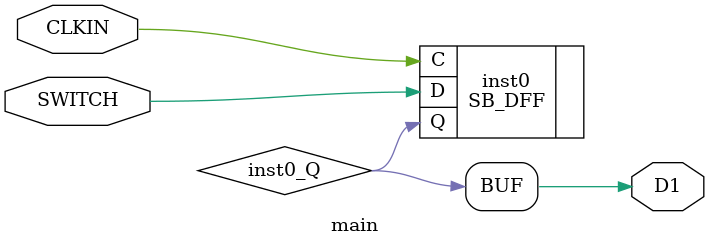
<source format=v>
module main (input  SWITCH, output  D1, input  CLKIN);
wire  inst0_Q;
SB_DFF inst0 (.C(CLKIN), .D(SWITCH), .Q(inst0_Q));
assign D1 = inst0_Q;
endmodule


</source>
